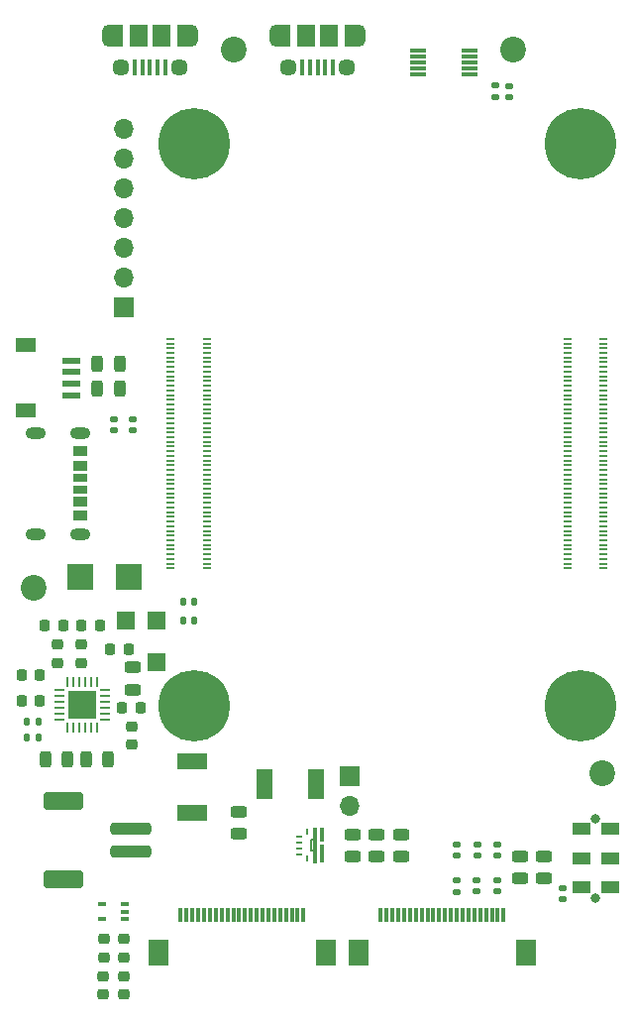
<source format=gbr>
%TF.GenerationSoftware,KiCad,Pcbnew,(5.99.0-10362-gce3a84f579)*%
%TF.CreationDate,2021-05-11T10:28:48-04:00*%
%TF.ProjectId,rpi-cm4-carrier,7270692d-636d-4342-9d63-617272696572,v01*%
%TF.SameCoordinates,Original*%
%TF.FileFunction,Soldermask,Top*%
%TF.FilePolarity,Negative*%
%FSLAX46Y46*%
G04 Gerber Fmt 4.6, Leading zero omitted, Abs format (unit mm)*
G04 Created by KiCad (PCBNEW (5.99.0-10362-gce3a84f579)) date 2021-05-11 10:28:48*
%MOMM*%
%LPD*%
G01*
G04 APERTURE LIST*
G04 Aperture macros list*
%AMRoundRect*
0 Rectangle with rounded corners*
0 $1 Rounding radius*
0 $2 $3 $4 $5 $6 $7 $8 $9 X,Y pos of 4 corners*
0 Add a 4 corners polygon primitive as box body*
4,1,4,$2,$3,$4,$5,$6,$7,$8,$9,$2,$3,0*
0 Add four circle primitives for the rounded corners*
1,1,$1+$1,$2,$3*
1,1,$1+$1,$4,$5*
1,1,$1+$1,$6,$7*
1,1,$1+$1,$8,$9*
0 Add four rect primitives between the rounded corners*
20,1,$1+$1,$2,$3,$4,$5,0*
20,1,$1+$1,$4,$5,$6,$7,0*
20,1,$1+$1,$6,$7,$8,$9,0*
20,1,$1+$1,$8,$9,$2,$3,0*%
G04 Aperture macros list end*
%ADD10C,0.152400*%
%ADD11RoundRect,0.147500X-0.172500X0.147500X-0.172500X-0.147500X0.172500X-0.147500X0.172500X0.147500X0*%
%ADD12R,1.500000X1.500000*%
%ADD13RoundRect,0.147500X0.172500X-0.147500X0.172500X0.147500X-0.172500X0.147500X-0.172500X-0.147500X0*%
%ADD14RoundRect,0.147500X-0.147500X-0.172500X0.147500X-0.172500X0.147500X0.172500X-0.147500X0.172500X0*%
%ADD15R,0.260000X0.890000*%
%ADD16R,0.890000X0.260000*%
%ADD17R,2.450000X2.450000*%
%ADD18RoundRect,0.243750X0.456250X-0.243750X0.456250X0.243750X-0.456250X0.243750X-0.456250X-0.243750X0*%
%ADD19R,0.300000X1.300000*%
%ADD20R,1.800000X2.200000*%
%ADD21RoundRect,0.218750X0.256250X-0.218750X0.256250X0.218750X-0.256250X0.218750X-0.256250X-0.218750X0*%
%ADD22R,0.400000X1.350000*%
%ADD23R,1.200000X1.900000*%
%ADD24C,1.450000*%
%ADD25O,1.200000X1.900000*%
%ADD26R,1.500000X1.900000*%
%ADD27R,1.550000X0.600000*%
%ADD28R,1.800000X1.200000*%
%ADD29R,1.700000X1.700000*%
%ADD30O,1.700000X1.700000*%
%ADD31R,2.500000X1.400000*%
%ADD32RoundRect,0.243750X-0.456250X0.243750X-0.456250X-0.243750X0.456250X-0.243750X0.456250X0.243750X0*%
%ADD33C,0.800000*%
%ADD34R,1.600000X1.000000*%
%ADD35R,2.209800X2.260600*%
%ADD36C,6.100000*%
%ADD37R,0.700000X0.200000*%
%ADD38RoundRect,0.243750X-0.243750X-0.456250X0.243750X-0.456250X0.243750X0.456250X-0.243750X0.456250X0*%
%ADD39RoundRect,0.218750X-0.218750X-0.256250X0.218750X-0.256250X0.218750X0.256250X-0.218750X0.256250X0*%
%ADD40C,2.200000*%
%ADD41RoundRect,0.218750X-0.256250X0.218750X-0.256250X-0.218750X0.256250X-0.218750X0.256250X0.218750X0*%
%ADD42R,1.400000X2.500000*%
%ADD43R,1.400000X0.300000*%
%ADD44RoundRect,0.243750X0.243750X0.456250X-0.243750X0.456250X-0.243750X-0.456250X0.243750X-0.456250X0*%
%ADD45R,0.650000X0.400000*%
%ADD46RoundRect,0.218750X0.218750X0.256250X-0.218750X0.256250X-0.218750X-0.256250X0.218750X-0.256250X0*%
%ADD47R,1.143000X0.889000*%
%ADD48R,1.143000X0.812800*%
%ADD49R,1.143000X0.711200*%
%ADD50O,1.701800X1.016000*%
%ADD51R,0.439999X1.240000*%
%ADD52R,0.439999X3.039999*%
%ADD53R,0.249999X0.599999*%
%ADD54R,0.599999X0.249999*%
%ADD55R,0.439999X1.589999*%
%ADD56RoundRect,0.250000X-1.500000X0.250000X-1.500000X-0.250000X1.500000X-0.250000X1.500000X0.250000X0*%
%ADD57RoundRect,0.250001X-1.449999X0.499999X-1.449999X-0.499999X1.449999X-0.499999X1.449999X0.499999X0*%
%ADD58RoundRect,0.147500X0.147500X0.172500X-0.147500X0.172500X-0.147500X-0.172500X0.147500X-0.172500X0*%
G04 APERTURE END LIST*
D10*
%TO.C,U4*%
X135728000Y-121037500D02*
X135728000Y-122012500D01*
X136108000Y-121037500D02*
X135728000Y-121037500D01*
X136108000Y-122012500D02*
X136108000Y-121037500D01*
X135728000Y-122012500D02*
X136108000Y-122012500D01*
%TD*%
D11*
%TO.C,R10*%
X157175000Y-125190000D03*
X157175000Y-126160000D03*
%TD*%
D12*
%TO.C,J10*%
X122450000Y-102325000D03*
%TD*%
D13*
%TO.C,R11*%
X120455000Y-86110000D03*
X120455000Y-85140000D03*
%TD*%
D14*
%TO.C,R17*%
X111415000Y-112292000D03*
X112385000Y-112292000D03*
%TD*%
D15*
%TO.C,U5*%
X117375000Y-107602000D03*
X116875000Y-107602000D03*
X116375000Y-107602000D03*
X115875000Y-107602000D03*
X115375000Y-107602000D03*
X114875000Y-107602000D03*
D16*
X114185000Y-108292000D03*
X114185000Y-108792000D03*
X114185000Y-109292000D03*
X114185000Y-109792000D03*
X114185000Y-110292000D03*
X114185000Y-110792000D03*
D15*
X114875000Y-111482000D03*
X115375000Y-111482000D03*
X115875000Y-111482000D03*
X116375000Y-111482000D03*
X116875000Y-111482000D03*
X117375000Y-111482000D03*
D16*
X118065000Y-110792000D03*
X118065000Y-110292000D03*
X118065000Y-109792000D03*
X118065000Y-109292000D03*
X118065000Y-108792000D03*
X118065000Y-108292000D03*
D17*
X116125000Y-109542000D03*
%TD*%
D18*
%TO.C,C10*%
X139233000Y-122512500D03*
X139233000Y-120637500D03*
%TD*%
D11*
%TO.C,C4*%
X149870000Y-124515000D03*
X149870000Y-125485000D03*
%TD*%
%TO.C,R7*%
X152650000Y-56665000D03*
X152650000Y-57635000D03*
%TD*%
D18*
%TO.C,C13*%
X143383000Y-122512500D03*
X143383000Y-120637500D03*
%TD*%
D12*
%TO.C,J11*%
X122500000Y-105925000D03*
%TD*%
D19*
%TO.C,J5*%
X124550000Y-127450000D03*
X125050000Y-127450000D03*
X125550000Y-127450000D03*
X126050000Y-127450000D03*
X126550000Y-127450000D03*
X127050000Y-127450000D03*
X127550000Y-127450000D03*
X128050000Y-127450000D03*
X128550000Y-127450000D03*
X129050000Y-127450000D03*
X129550000Y-127450000D03*
X130050000Y-127450000D03*
X130550000Y-127450000D03*
X131050000Y-127450000D03*
X131550000Y-127450000D03*
X132050000Y-127450000D03*
X132550000Y-127450000D03*
X133050000Y-127450000D03*
X133550000Y-127450000D03*
X134050000Y-127450000D03*
X134550000Y-127450000D03*
X135050000Y-127450000D03*
D20*
X136950000Y-130700000D03*
X122650000Y-130700000D03*
%TD*%
D21*
%TO.C,C15*%
X120375000Y-112937500D03*
X120375000Y-111362500D03*
%TD*%
D13*
%TO.C,C7*%
X149895000Y-122410000D03*
X149895000Y-121440000D03*
%TD*%
D22*
%TO.C,J6*%
X123225000Y-55102500D03*
X122575000Y-55102500D03*
X121925000Y-55102500D03*
X121275000Y-55102500D03*
X120625000Y-55102500D03*
D23*
X119025000Y-52402500D03*
D24*
X124425000Y-55102500D03*
D25*
X125425000Y-52402500D03*
D24*
X119425000Y-55102500D03*
D26*
X120925000Y-52402500D03*
D25*
X118425000Y-52402500D03*
D26*
X122925000Y-52402500D03*
D23*
X124825000Y-52402500D03*
%TD*%
D27*
%TO.C,J2*%
X115175000Y-80125000D03*
X115175000Y-81125000D03*
X115175000Y-82125000D03*
X115175000Y-83125000D03*
D28*
X111300000Y-78825000D03*
X111300000Y-84425000D03*
%TD*%
D29*
%TO.C,J9*%
X139000000Y-115610000D03*
D30*
X139000000Y-118150000D03*
%TD*%
D31*
%TO.C,L2*%
X125525000Y-114400001D03*
X125525000Y-118799999D03*
%TD*%
D29*
%TO.C,J1*%
X119725000Y-75600000D03*
D30*
X119725000Y-73060000D03*
X119725000Y-70520000D03*
X119725000Y-67980000D03*
X119725000Y-65440000D03*
X119725000Y-62900000D03*
X119725000Y-60360000D03*
%TD*%
D21*
%TO.C,R4*%
X119675000Y-131100000D03*
X119675000Y-129525000D03*
%TD*%
%TO.C,R1*%
X118000000Y-131100000D03*
X118000000Y-129525000D03*
%TD*%
D32*
%TO.C,C1*%
X155600000Y-122475000D03*
X155600000Y-124350000D03*
%TD*%
D33*
%TO.C,S1*%
X160025000Y-126027500D03*
X160025000Y-119227500D03*
D34*
X158825000Y-125127500D03*
X161225000Y-125127500D03*
X158825000Y-122627500D03*
X161225000Y-122627500D03*
X158825000Y-120127500D03*
X161225000Y-120127500D03*
%TD*%
D35*
%TO.C,CR1*%
X120094700Y-98575000D03*
X116005300Y-98575000D03*
%TD*%
D36*
%TO.C,Module1*%
X125700000Y-109575000D03*
X158700000Y-61575000D03*
X125700000Y-61575000D03*
X158700000Y-109575000D03*
D37*
X123700000Y-78275000D03*
X126780000Y-78275000D03*
X123700000Y-78675000D03*
X126780000Y-78675000D03*
X123700000Y-79075000D03*
X126780000Y-79075000D03*
X123700000Y-79475000D03*
X126780000Y-79475000D03*
X123700000Y-79875000D03*
X126780000Y-79875000D03*
X123700000Y-80275000D03*
X126780000Y-80275000D03*
X123700000Y-80675000D03*
X126780000Y-80675000D03*
X123700000Y-81075000D03*
X126780000Y-81075000D03*
X123700000Y-81475000D03*
X126780000Y-81475000D03*
X123700000Y-81875000D03*
X126780000Y-81875000D03*
X123700000Y-82275000D03*
X126780000Y-82275000D03*
X123700000Y-82675000D03*
X126780000Y-82675000D03*
X123700000Y-83075000D03*
X126780000Y-83075000D03*
X123700000Y-83475000D03*
X126780000Y-83475000D03*
X123700000Y-83875000D03*
X126780000Y-83875000D03*
X123700000Y-84275000D03*
X126780000Y-84275000D03*
X123700000Y-84675000D03*
X126780000Y-84675000D03*
X123700000Y-85075000D03*
X126780000Y-85075000D03*
X123700000Y-85475000D03*
X126780000Y-85475000D03*
X123700000Y-85875000D03*
X126780000Y-85875000D03*
X123700000Y-86275000D03*
X126780000Y-86275000D03*
X123700000Y-86675000D03*
X126780000Y-86675000D03*
X123700000Y-87075000D03*
X126780000Y-87075000D03*
X123700000Y-87475000D03*
X126780000Y-87475000D03*
X123700000Y-87875000D03*
X126780000Y-87875000D03*
X123700000Y-88275000D03*
X126780000Y-88275000D03*
X123700000Y-88675000D03*
X126780000Y-88675000D03*
X123700000Y-89075000D03*
X126780000Y-89075000D03*
X123700000Y-89475000D03*
X126780000Y-89475000D03*
X123700000Y-89875000D03*
X126780000Y-89875000D03*
X123700000Y-90275000D03*
X126780000Y-90275000D03*
X123700000Y-90675000D03*
X126780000Y-90675000D03*
X123700000Y-91075000D03*
X126780000Y-91075000D03*
X123700000Y-91475000D03*
X126780000Y-91475000D03*
X123700000Y-91875000D03*
X126780000Y-91875000D03*
X123700000Y-92275000D03*
X126780000Y-92275000D03*
X123700000Y-92675000D03*
X126780000Y-92675000D03*
X123700000Y-93075000D03*
X126780000Y-93075000D03*
X123700000Y-93475000D03*
X126780000Y-93475000D03*
X123700000Y-93875000D03*
X126780000Y-93875000D03*
X123700000Y-94275000D03*
X126780000Y-94275000D03*
X123700000Y-94675000D03*
X126780000Y-94675000D03*
X123700000Y-95075000D03*
X126780000Y-95075000D03*
X123700000Y-95475000D03*
X126780000Y-95475000D03*
X123700000Y-95875000D03*
X126780000Y-95875000D03*
X123700000Y-96275000D03*
X126780000Y-96275000D03*
X123700000Y-96675000D03*
X126780000Y-96675000D03*
X123700000Y-97075000D03*
X126780000Y-97075000D03*
X123700000Y-97475000D03*
X126780000Y-97475000D03*
X123700000Y-97875000D03*
X126780000Y-97875000D03*
X157620000Y-78275000D03*
X160700000Y-78275000D03*
X157620000Y-78675000D03*
X160700000Y-78675000D03*
X157620000Y-79075000D03*
X160700000Y-79075000D03*
X157620000Y-79475000D03*
X160700000Y-79475000D03*
X157620000Y-79875000D03*
X160700000Y-79875000D03*
X157620000Y-80275000D03*
X160700000Y-80275000D03*
X157620000Y-80675000D03*
X160700000Y-80675000D03*
X157620000Y-81075000D03*
X160700000Y-81075000D03*
X157620000Y-81475000D03*
X160700000Y-81475000D03*
X157620000Y-81875000D03*
X160700000Y-81875000D03*
X157620000Y-82275000D03*
X160700000Y-82275000D03*
X157620000Y-82675000D03*
X160700000Y-82675000D03*
X157620000Y-83075000D03*
X160700000Y-83075000D03*
X157620000Y-83475000D03*
X160700000Y-83475000D03*
X157620000Y-83875000D03*
X160700000Y-83875000D03*
X157620000Y-84275000D03*
X160700000Y-84275000D03*
X157620000Y-84675000D03*
X160700000Y-84675000D03*
X157620000Y-85075000D03*
X160700000Y-85075000D03*
X157620000Y-85475000D03*
X160700000Y-85475000D03*
X157620000Y-85875000D03*
X160700000Y-85875000D03*
X157620000Y-86275000D03*
X160700000Y-86275000D03*
X157620000Y-86675000D03*
X160700000Y-86675000D03*
X157620000Y-87075000D03*
X160700000Y-87075000D03*
X157620000Y-87475000D03*
X160700000Y-87475000D03*
X157620000Y-87875000D03*
X160700000Y-87875000D03*
X157620000Y-88275000D03*
X160700000Y-88275000D03*
X157620000Y-88675000D03*
X160700000Y-88675000D03*
X157620000Y-89075000D03*
X160700000Y-89075000D03*
X157620000Y-89475000D03*
X160700000Y-89475000D03*
X157620000Y-89875000D03*
X160700000Y-89875000D03*
X157620000Y-90275000D03*
X160700000Y-90275000D03*
X157620000Y-90675000D03*
X160700000Y-90675000D03*
X157620000Y-91075000D03*
X160700000Y-91075000D03*
X157620000Y-91475000D03*
X160700000Y-91475000D03*
X157620000Y-91875000D03*
X160700000Y-91875000D03*
X157620000Y-92275000D03*
X160700000Y-92275000D03*
X157620000Y-92675000D03*
X160700000Y-92675000D03*
X157620000Y-93075000D03*
X160700000Y-93075000D03*
X157620000Y-93475000D03*
X160700000Y-93475000D03*
X157620000Y-93875000D03*
X160700000Y-93875000D03*
X157620000Y-94275000D03*
X160700000Y-94275000D03*
X157620000Y-94675000D03*
X160700000Y-94675000D03*
X157620000Y-95075000D03*
X160700000Y-95075000D03*
X157620000Y-95475000D03*
X160700000Y-95475000D03*
X157620000Y-95875000D03*
X160700000Y-95875000D03*
X157620000Y-96275000D03*
X160700000Y-96275000D03*
X157620000Y-96675000D03*
X160700000Y-96675000D03*
X157620000Y-97075000D03*
X160700000Y-97075000D03*
X157620000Y-97475000D03*
X160700000Y-97475000D03*
X157620000Y-97875000D03*
X160700000Y-97875000D03*
%TD*%
D38*
%TO.C,C18*%
X116462500Y-114150000D03*
X118337500Y-114150000D03*
%TD*%
D32*
%TO.C,C9*%
X129550000Y-118687500D03*
X129550000Y-120562500D03*
%TD*%
D39*
%TO.C,R12*%
X110937500Y-107000000D03*
X112512500Y-107000000D03*
%TD*%
D40*
%TO.C,REF\u002A\u002A*%
X112025000Y-99525000D03*
%TD*%
D13*
%TO.C,R9*%
X118880000Y-86110000D03*
X118880000Y-85140000D03*
%TD*%
D39*
%TO.C,C11*%
X118512500Y-104792000D03*
X120087500Y-104792000D03*
%TD*%
D41*
%TO.C,D2*%
X119675000Y-132700000D03*
X119675000Y-134275000D03*
%TD*%
D42*
%TO.C,L1*%
X131725001Y-116300000D03*
X136124999Y-116300000D03*
%TD*%
D43*
%TO.C,U2*%
X149264400Y-55675000D03*
X149264400Y-55175000D03*
X149264400Y-54675000D03*
X149264400Y-54175000D03*
X149264400Y-53675000D03*
X144864400Y-53675000D03*
X144864400Y-54175000D03*
X144864400Y-54675000D03*
X144864400Y-55175000D03*
X144864400Y-55675000D03*
%TD*%
D40*
%TO.C,REF\u002A\u002A*%
X160600000Y-115350000D03*
%TD*%
D41*
%TO.C,R14*%
X116050000Y-104362500D03*
X116050000Y-105937500D03*
%TD*%
D19*
%TO.C,J3*%
X141650000Y-127450000D03*
X142150000Y-127450000D03*
X142650000Y-127450000D03*
X143150000Y-127450000D03*
X143650000Y-127450000D03*
X144150000Y-127450000D03*
X144650000Y-127450000D03*
X145150000Y-127450000D03*
X145650000Y-127450000D03*
X146150000Y-127450000D03*
X146650000Y-127450000D03*
X147150000Y-127450000D03*
X147650000Y-127450000D03*
X148150000Y-127450000D03*
X148650000Y-127450000D03*
X149150000Y-127450000D03*
X149650000Y-127450000D03*
X150150000Y-127450000D03*
X150650000Y-127450000D03*
X151150000Y-127450000D03*
X151650000Y-127450000D03*
X152150000Y-127450000D03*
D20*
X139750000Y-130700000D03*
X154050000Y-130700000D03*
%TD*%
D44*
%TO.C,R2*%
X119312500Y-80400000D03*
X117437500Y-80400000D03*
%TD*%
D39*
%TO.C,R13*%
X110962500Y-109175000D03*
X112537500Y-109175000D03*
%TD*%
D44*
%TO.C,C17*%
X114862500Y-114150000D03*
X112987500Y-114150000D03*
%TD*%
D11*
%TO.C,C3*%
X151580000Y-124515000D03*
X151580000Y-125485000D03*
%TD*%
D44*
%TO.C,R3*%
X119312500Y-82525000D03*
X117437500Y-82525000D03*
%TD*%
D13*
%TO.C,C6*%
X148175000Y-122422500D03*
X148175000Y-121452500D03*
%TD*%
D14*
%TO.C,R6*%
X124765000Y-102375000D03*
X125735000Y-102375000D03*
%TD*%
D45*
%TO.C,U1*%
X119750000Y-127862500D03*
X119750000Y-127212500D03*
X119750000Y-126562500D03*
X117850000Y-126562500D03*
X117850000Y-127862500D03*
%TD*%
D13*
%TO.C,R8*%
X151475000Y-57610000D03*
X151475000Y-56640000D03*
%TD*%
D41*
%TO.C,D1*%
X117950000Y-132700000D03*
X117950000Y-134275000D03*
%TD*%
D11*
%TO.C,C5*%
X148150000Y-124527500D03*
X148150000Y-125497500D03*
%TD*%
D40*
%TO.C,REF\u002A\u002A*%
X129125000Y-53550000D03*
%TD*%
D13*
%TO.C,C8*%
X151580000Y-122410000D03*
X151580000Y-121440000D03*
%TD*%
D40*
%TO.C,REF\u002A\u002A*%
X153000000Y-53550000D03*
%TD*%
D46*
%TO.C,D4*%
X114512500Y-102800000D03*
X112937500Y-102800000D03*
%TD*%
D18*
%TO.C,C14*%
X120425000Y-108229500D03*
X120425000Y-106354500D03*
%TD*%
D41*
%TO.C,R15*%
X114000000Y-104362500D03*
X114000000Y-105937500D03*
%TD*%
D47*
%TO.C,J8*%
X115949401Y-87900000D03*
D48*
X115949401Y-89130000D03*
D49*
X115949401Y-90150001D03*
X115949401Y-91149999D03*
D48*
X115949401Y-92170000D03*
D47*
X115949401Y-93400000D03*
D50*
X115949401Y-86329998D03*
X115949401Y-94970002D03*
X112149401Y-86330001D03*
X112149401Y-94969999D03*
%TD*%
D14*
%TO.C,R5*%
X124765000Y-100725000D03*
X125735000Y-100725000D03*
%TD*%
D51*
%TO.C,U4*%
X136628001Y-120624999D03*
D52*
X136028000Y-121525000D03*
D53*
X135383000Y-120375000D03*
D54*
X134708000Y-120774999D03*
X134708000Y-121275000D03*
X134708000Y-121775000D03*
X134708000Y-122274998D03*
D53*
X135383000Y-122675000D03*
D55*
X136628001Y-122250000D03*
%TD*%
D18*
%TO.C,C12*%
X141308000Y-122512500D03*
X141308000Y-120637500D03*
%TD*%
D39*
%TO.C,D3*%
X116062500Y-102800000D03*
X117637500Y-102800000D03*
%TD*%
D22*
%TO.C,J7*%
X137550000Y-55077500D03*
X136900000Y-55077500D03*
X136250000Y-55077500D03*
X135600000Y-55077500D03*
X134950000Y-55077500D03*
D23*
X139150000Y-52377500D03*
D24*
X133750000Y-55077500D03*
X138750000Y-55077500D03*
D26*
X135250000Y-52377500D03*
D23*
X133350000Y-52377500D03*
D25*
X132750000Y-52377500D03*
X139750000Y-52377500D03*
D26*
X137250000Y-52377500D03*
%TD*%
D12*
%TO.C,J4*%
X119875000Y-102325000D03*
%TD*%
D32*
%TO.C,C2*%
X153600000Y-122475000D03*
X153600000Y-124350000D03*
%TD*%
D56*
%TO.C,B1*%
X120275000Y-122075000D03*
X120275000Y-120075000D03*
D57*
X114525000Y-124425000D03*
X114525000Y-117725000D03*
%TD*%
D39*
%TO.C,C16*%
X119562500Y-109792000D03*
X121137500Y-109792000D03*
%TD*%
D58*
%TO.C,R16*%
X112385000Y-110975000D03*
X111415000Y-110975000D03*
%TD*%
M02*

</source>
